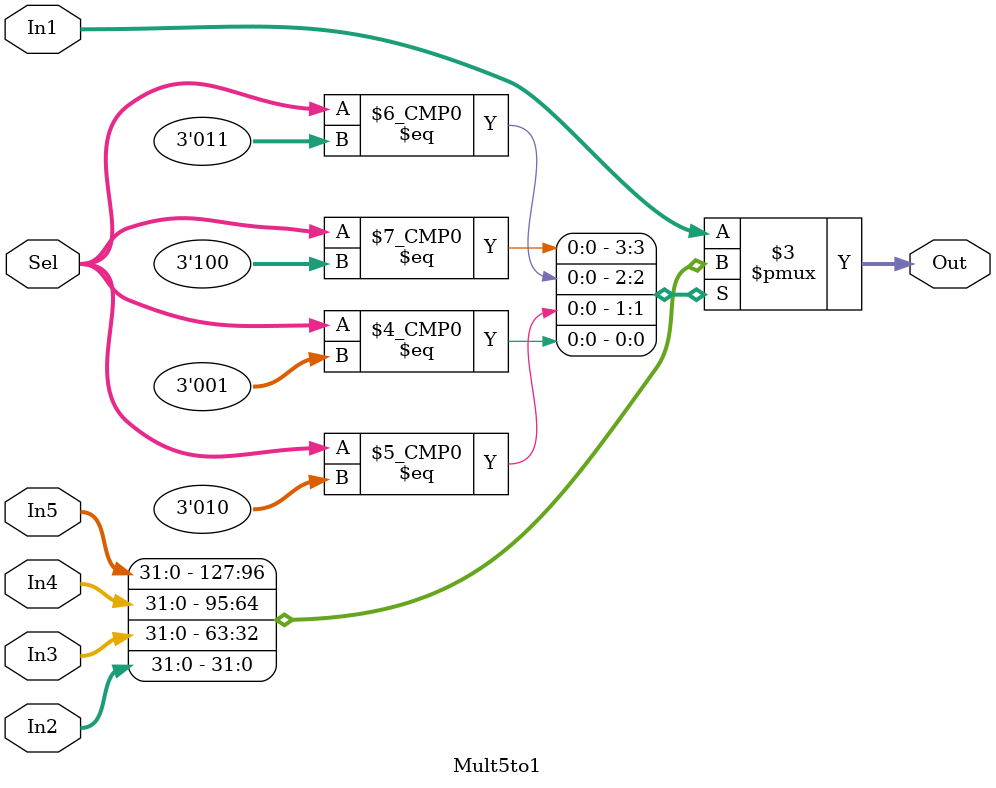
<source format=sv>
`timescale 1ns / 1ps

module Mult5to1 (
    input [31:0] In1,
    input [31:0] In2,
    input [31:0] In3,
    input [31:0] In4,
    input [31:0] In5,
    input [2:0] Sel,
    output logic [31:0] Out
);
    always_comb
        case (Sel)
            4:       Out = In5;
            3:       Out = In4;
            2:       Out = In3;
            1:       Out = In2;
            default: Out = In1;
        endcase
endmodule

</source>
